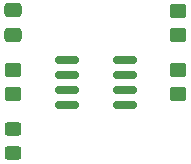
<source format=gbr>
%TF.GenerationSoftware,KiCad,Pcbnew,(6.0.7)*%
%TF.CreationDate,2022-09-02T16:32:09-04:00*%
%TF.ProjectId,GettingToBlink5.0,47657474-696e-4675-946f-426c696e6b35,rev?*%
%TF.SameCoordinates,Original*%
%TF.FileFunction,Paste,Top*%
%TF.FilePolarity,Positive*%
%FSLAX46Y46*%
G04 Gerber Fmt 4.6, Leading zero omitted, Abs format (unit mm)*
G04 Created by KiCad (PCBNEW (6.0.7)) date 2022-09-02 16:32:09*
%MOMM*%
%LPD*%
G01*
G04 APERTURE LIST*
G04 Aperture macros list*
%AMRoundRect*
0 Rectangle with rounded corners*
0 $1 Rounding radius*
0 $2 $3 $4 $5 $6 $7 $8 $9 X,Y pos of 4 corners*
0 Add a 4 corners polygon primitive as box body*
4,1,4,$2,$3,$4,$5,$6,$7,$8,$9,$2,$3,0*
0 Add four circle primitives for the rounded corners*
1,1,$1+$1,$2,$3*
1,1,$1+$1,$4,$5*
1,1,$1+$1,$6,$7*
1,1,$1+$1,$8,$9*
0 Add four rect primitives between the rounded corners*
20,1,$1+$1,$2,$3,$4,$5,0*
20,1,$1+$1,$4,$5,$6,$7,0*
20,1,$1+$1,$6,$7,$8,$9,0*
20,1,$1+$1,$8,$9,$2,$3,0*%
G04 Aperture macros list end*
%ADD10RoundRect,0.250000X-0.450000X0.350000X-0.450000X-0.350000X0.450000X-0.350000X0.450000X0.350000X0*%
%ADD11RoundRect,0.250000X0.475000X-0.337500X0.475000X0.337500X-0.475000X0.337500X-0.475000X-0.337500X0*%
%ADD12RoundRect,0.150000X-0.825000X-0.150000X0.825000X-0.150000X0.825000X0.150000X-0.825000X0.150000X0*%
%ADD13RoundRect,0.250000X0.450000X-0.325000X0.450000X0.325000X-0.450000X0.325000X-0.450000X-0.325000X0*%
G04 APERTURE END LIST*
D10*
%TO.C,R2*%
X151000000Y-100000000D03*
X151000000Y-102000000D03*
%TD*%
%TO.C,R1*%
X151000000Y-95000000D03*
X151000000Y-97000000D03*
%TD*%
D11*
%TO.C,C1*%
X137000000Y-94925000D03*
X137000000Y-97000000D03*
%TD*%
D12*
%TO.C,U1*%
X141525000Y-99095000D03*
X141525000Y-100365000D03*
X141525000Y-101635000D03*
X141525000Y-102905000D03*
X146475000Y-102905000D03*
X146475000Y-101635000D03*
X146475000Y-100365000D03*
X146475000Y-99095000D03*
%TD*%
D10*
%TO.C,R3*%
X137000000Y-100000000D03*
X137000000Y-102000000D03*
%TD*%
D13*
%TO.C,D1*%
X137000000Y-107025000D03*
X137000000Y-104975000D03*
%TD*%
M02*

</source>
